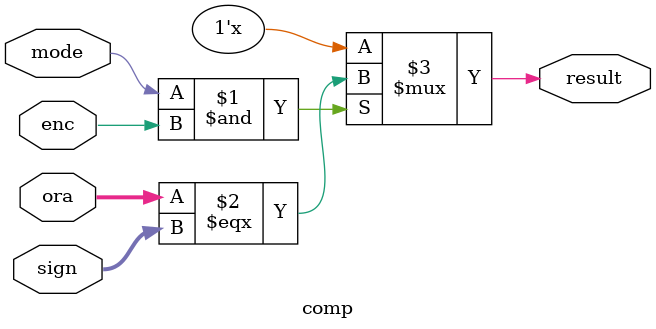
<source format=v>

`timescale 1ns/1ps

module CLA_BIST(
    input clk,          // Clock signal
    input rst,          // Reset signal    
    input cin,
    input enl,          // Load signal for LFSR
    input ens,          // Load signal for SISR
    input mode,
    output wire pass     // BIST pass/fail signal
);

reg [3:0] i = 0;
reg [3:0] mem [0:13];
// Declare internal signals
wire cla_cin = 0;
wire enc;
wire mode;
wire [5:0] cla_in1, cla_in2;   // Input to CLA
wire [6:0] cla_sum;  // Sum of CLA (including cout)
wire [3:0] sisr_out; // Output of SISR
wire [3:0] golden_sign;
reg [3:0] gold_sign; // Golden signature value for comparison
// Instantiate components

// LFSR generates pseudo-random test vectors for the CLA adder
lfsr6bit lfsr1(.clk(clk), .rst(rst), .mode(mode), .enl(enl), .out(cla_in1));
lfsr6bit lfsr2(.clk(clk), .rst(rst), .mode(mode), .enl(enl), .out(cla_in2));

// CLA adder adds the inputs and generates sum and carry out
CLA_6bit cla(.mode(mode), .a(cla_in1), .b(cla_in2), .cin(cin), .sum(cla_sum[5:0]), .cout(cla_sum[6]));

// SISR calculates signature based on input data
sisr_4bit_sig sisr(.clk(clk), .rst(rst), .ens(ens), .in(cla_sum), .out(sisr_out), .enc(enc));

// Comparator compares SISR output with golden signature value
comp comparator(.ora(sisr_out), .mode(mode), .enc(enc), .sign(golden_sign), .result(pass));


assign golden_sign = gold_sign;

always@(posedge enc)
begin
    if(i >= 14)
        i = 0;
        
    if(enc && !mode)
        begin
        $display("enc %d",sisr_out);
        mem[i] = sisr_out;
        i = i + 1;
        end
        
     if(mode)
        begin
        gold_sign = mem[i];
        i = i + 1;
        end 
end

endmodule


//################################################  LFSR  ####################################################


// x^6 + x + 1



module lfsr6bit(
    input clk,rst,enl, mode,
    output reg [5:0] out
);
initial out = 6'b111111;
wire tap;

assign tap = out[5]^out[1];

always @(posedge clk, posedge rst)
    begin
        if(rst)
            out <= 6'b111111;
        else if (enl)
            out <= {out[4:0],tap};
        else if(!enl) 
            out <= out;
    end
endmodule


//################################################  CLA 6-bit  ####################################################




module CLA_6bit(

//declaring inputs and outputs
    input [5:0] a,b,
    input cin,
    output [5:0] sum,
    output cout, mode
);

wire [4:0] c;
wire c_temp;
//generation and propagation logic
wire [5:0]gen,prop;

//generate logic
assign gen[0] = a[0] & b[0]; 
assign gen[1] = a[1] & b[1]; 
assign gen[2] = a[2] & b[2]; 
assign gen[3] = a[3] & b[3];
assign gen[4] = a[4] & b[4];
assign gen[5] = a[5] & b[5];

//propagate logic
assign prop[0] = a[0] ^ b[0];
assign prop[1] = a[1] ^ b[1];
assign prop[2] = a[2] ^ b[2];
assign prop[3] = a[3] ^ b[3];
assign prop[4] = a[4] ^ b[4];
assign prop[5] = a[5] ^ b[5];


//combinational logic for carry calculation
assign c[0] = gen[0] + (prop[0] & cin); 
assign c[1] = gen[1] + (prop[1] & c[0]); 
assign c[2] = gen[2] + (prop[2] & c[1]); 
assign c[3] = gen[3] + (prop[3] & c[2]); 
assign c[4] = gen[4] + (prop[4] & c[3]); 
assign c_temp = gen[5] + (prop[5] & c[4]); 
assign cout = mode ? 1'b0 : c_temp;

//combinational logic for sum calculation
assign sum[0] = prop[0] ^ cin;
assign sum[1] = prop[1] ^ c[0];
assign sum[2] = prop[2] ^ c[1];
assign sum[3] = prop[3] ^ c[2];
assign sum[4] = prop[4] ^ c[3];
assign sum[5] = prop[5] ^ c[4];

endmodule


//################################################  SISR  ####################################################


// x^4 + x^3 + 1


module sisr_4bit_sig(
//declaring input/output variables
input clk,rst,ens,
input [6:0] in,
output reg [3:0] out,
output reg enc
);
integer i = 0;
//initializing variables
initial
    begin
        out = 4'b0000;
        enc = 0;
    end
//logic block for updating value of i
always @(posedge clk, posedge rst)
    begin
        if(rst)
            begin
            out <= 4'b0000;
            i <= 0;
            enc <= 0;
            end 
        else if(ens)
            begin
            enc <= 0;
            i <= i + 1;
            end 
        else
            begin
            out <= 4'b0000;
            i <= 0;
            enc <= 0;
            end         
    end
//logic block for signature calculation    
always @(i)
    begin
        if(i<7)
            begin
                $display("current loop# %d",i);
                $display("out value %d",out);
                out[0] <= in[i]^out[3];
                out[1] <= out[0];
                out[2] <= out[1];
                out[3] <= out[2]^out[3];
            end
         else
            begin
            enc <= 1;
            out <= out;
            end     
    end
endmodule


//################################################  Comparator  ####################################################


module comp(
input [3:0] ora, sign, 
input enc, mode, 
output result
);

wire pass;

assign result = (mode & enc) ? (ora === sign) : 1'bz;

endmodule

</source>
